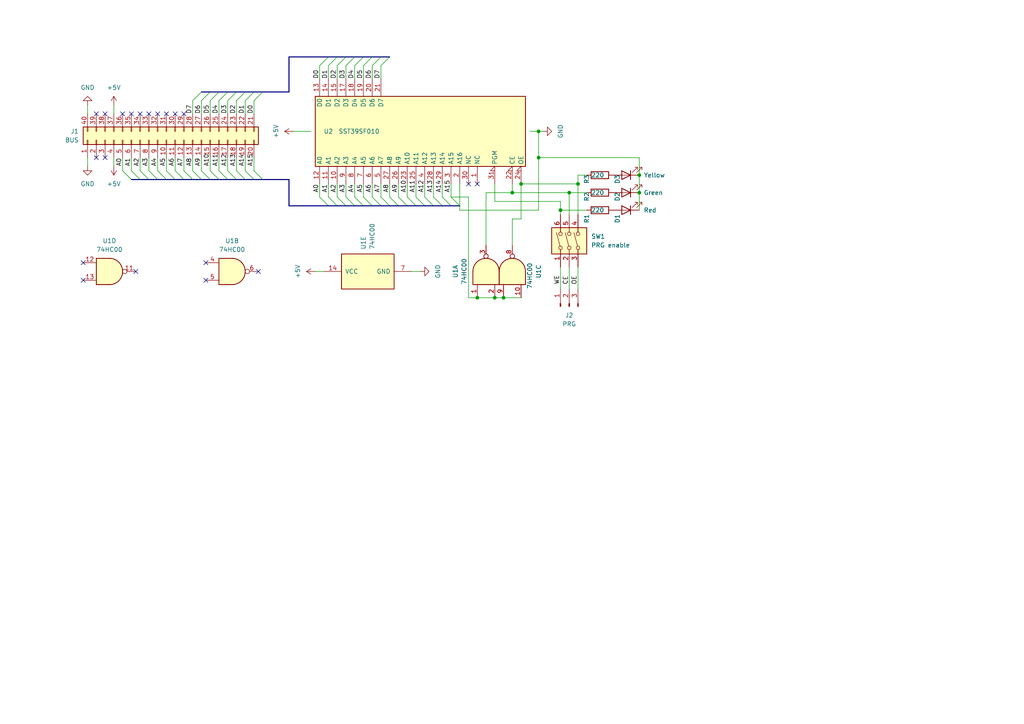
<source format=kicad_sch>
(kicad_sch (version 20211123) (generator eeschema)
  (paper "A4")
  (lib_symbols
    (symbol "74xx:74HC00" (pin_names (offset 1.016))
      (property "Reference" "U" (at 0 1.27 0))
      (property "Value" "74HC00" (at 0 -1.27 0))
      (symbol "74HC00_1_1"
        (arc (start 0 -3.81) (mid 3.81 0) (end 0 3.81) (stroke (width 0.254)) (fill (type background)))
        (polyline (pts (xy 0 3.81) (xy -3.81 3.81) (xy -3.81 -3.81) (xy 0 -3.81)) (stroke (width 0.254)) (fill (type background)))
        (pin input line (at -7.62 2.54 0) (length 3.81) (name "~") (number "1"))
        (pin input line (at -7.62 -2.54 0) (length 3.81) (name "~") (number "2"))
        (pin output inverted (at 7.62 0 180) (length 3.81) (name "~") (number "3"))
      )
      (symbol "74HC00_1_2"
        (arc (start -3.81 -3.81) (mid -2.589 0) (end -3.81 3.81) (stroke (width 0.254)))
        (arc (start -0.6096 -3.81) (mid 2.1842 -2.5851) (end 3.81 0) (stroke (width 0.254)) (fill (type background)))
        (polyline (pts (xy -3.81 -3.81) (xy -0.635 -3.81)) (stroke (width 0.254)) (fill (type background)))
        (polyline (pts (xy -3.81 3.81) (xy -0.635 3.81)) (stroke (width 0.254)) (fill (type background)))
        (polyline (pts (xy -0.635 3.81) (xy -3.81 3.81) (xy -3.81 3.81) (xy -3.556 3.4036) (xy -3.0226 2.2606) (xy -2.6924 1.0414) (xy -2.6162 -0.254) (xy -2.7686 -1.4986) (xy -3.175 -2.7178) (xy -3.81 -3.81) (xy -3.81 -3.81) (xy -0.635 -3.81)) (stroke (width -25.4)) (fill (type background)))
        (arc (start 3.81 0) (mid 2.1915 2.5936) (end -0.6096 3.81) (stroke (width 0.254)) (fill (type background)))
        (pin input inverted (at -7.62 2.54 0) (length 4.318) (name "~") (number "1"))
        (pin input inverted (at -7.62 -2.54 0) (length 4.318) (name "~") (number "2"))
        (pin output line (at 7.62 0 180) (length 3.81) (name "~") (number "3"))
      )
      (symbol "74HC00_2_1"
        (arc (start 0 -3.81) (mid 3.81 0) (end 0 3.81) (stroke (width 0.254)) (fill (type background)))
        (polyline (pts (xy 0 3.81) (xy -3.81 3.81) (xy -3.81 -3.81) (xy 0 -3.81)) (stroke (width 0.254)) (fill (type background)))
        (pin input line (at -7.62 2.54 0) (length 3.81) (name "~") (number "4"))
        (pin input line (at -7.62 -2.54 0) (length 3.81) (name "~") (number "5"))
        (pin output inverted (at 7.62 0 180) (length 3.81) (name "~") (number "6"))
      )
      (symbol "74HC00_2_2"
        (arc (start -3.81 -3.81) (mid -2.589 0) (end -3.81 3.81) (stroke (width 0.254)))
        (arc (start -0.6096 -3.81) (mid 2.1842 -2.5851) (end 3.81 0) (stroke (width 0.254)) (fill (type background)))
        (polyline (pts (xy -3.81 -3.81) (xy -0.635 -3.81)) (stroke (width 0.254)) (fill (type background)))
        (polyline (pts (xy -3.81 3.81) (xy -0.635 3.81)) (stroke (width 0.254)) (fill (type background)))
        (polyline (pts (xy -0.635 3.81) (xy -3.81 3.81) (xy -3.81 3.81) (xy -3.556 3.4036) (xy -3.0226 2.2606) (xy -2.6924 1.0414) (xy -2.6162 -0.254) (xy -2.7686 -1.4986) (xy -3.175 -2.7178) (xy -3.81 -3.81) (xy -3.81 -3.81) (xy -0.635 -3.81)) (stroke (width -25.4)) (fill (type background)))
        (arc (start 3.81 0) (mid 2.1915 2.5936) (end -0.6096 3.81) (stroke (width 0.254)) (fill (type background)))
        (pin input inverted (at -7.62 2.54 0) (length 4.318) (name "~") (number "4"))
        (pin input inverted (at -7.62 -2.54 0) (length 4.318) (name "~") (number "5"))
        (pin output line (at 7.62 0 180) (length 3.81) (name "~") (number "6"))
      )
      (symbol "74HC00_3_1"
        (arc (start 0 -3.81) (mid 3.81 0) (end 0 3.81) (stroke (width 0.254)) (fill (type background)))
        (polyline (pts (xy 0 3.81) (xy -3.81 3.81) (xy -3.81 -3.81) (xy 0 -3.81)) (stroke (width 0.254)) (fill (type background)))
        (pin input line (at -7.62 -2.54 0) (length 3.81) (name "~") (number "10"))
        (pin output inverted (at 7.62 0 180) (length 3.81) (name "~") (number "8"))
        (pin input line (at -7.62 2.54 0) (length 3.81) (name "~") (number "9"))
      )
      (symbol "74HC00_3_2"
        (arc (start -3.81 -3.81) (mid -2.589 0) (end -3.81 3.81) (stroke (width 0.254)))
        (arc (start -0.6096 -3.81) (mid 2.1842 -2.5851) (end 3.81 0) (stroke (width 0.254)) (fill (type background)))
        (polyline (pts (xy -3.81 -3.81) (xy -0.635 -3.81)) (stroke (width 0.254)) (fill (type background)))
        (polyline (pts (xy -3.81 3.81) (xy -0.635 3.81)) (stroke (width 0.254)) (fill (type background)))
        (polyline (pts (xy -0.635 3.81) (xy -3.81 3.81) (xy -3.81 3.81) (xy -3.556 3.4036) (xy -3.0226 2.2606) (xy -2.6924 1.0414) (xy -2.6162 -0.254) (xy -2.7686 -1.4986) (xy -3.175 -2.7178) (xy -3.81 -3.81) (xy -3.81 -3.81) (xy -0.635 -3.81)) (stroke (width -25.4)) (fill (type background)))
        (arc (start 3.81 0) (mid 2.1915 2.5936) (end -0.6096 3.81) (stroke (width 0.254)) (fill (type background)))
        (pin input inverted (at -7.62 -2.54 0) (length 4.318) (name "~") (number "10"))
        (pin output line (at 7.62 0 180) (length 3.81) (name "~") (number "8"))
        (pin input inverted (at -7.62 2.54 0) (length 4.318) (name "~") (number "9"))
      )
      (symbol "74HC00_4_1"
        (arc (start 0 -3.81) (mid 3.81 0) (end 0 3.81) (stroke (width 0.254)) (fill (type background)))
        (polyline (pts (xy 0 3.81) (xy -3.81 3.81) (xy -3.81 -3.81) (xy 0 -3.81)) (stroke (width 0.254)) (fill (type background)))
        (pin output inverted (at 7.62 0 180) (length 3.81) (name "~") (number "11"))
        (pin input line (at -7.62 2.54 0) (length 3.81) (name "~") (number "12"))
        (pin input line (at -7.62 -2.54 0) (length 3.81) (name "~") (number "13"))
      )
      (symbol "74HC00_4_2"
        (arc (start -3.81 -3.81) (mid -2.589 0) (end -3.81 3.81) (stroke (width 0.254)))
        (arc (start -0.6096 -3.81) (mid 2.1842 -2.5851) (end 3.81 0) (stroke (width 0.254)) (fill (type background)))
        (polyline (pts (xy -3.81 -3.81) (xy -0.635 -3.81)) (stroke (width 0.254)) (fill (type background)))
        (polyline (pts (xy -3.81 3.81) (xy -0.635 3.81)) (stroke (width 0.254)) (fill (type background)))
        (polyline (pts (xy -0.635 3.81) (xy -3.81 3.81) (xy -3.81 3.81) (xy -3.556 3.4036) (xy -3.0226 2.2606) (xy -2.6924 1.0414) (xy -2.6162 -0.254) (xy -2.7686 -1.4986) (xy -3.175 -2.7178) (xy -3.81 -3.81) (xy -3.81 -3.81) (xy -0.635 -3.81)) (stroke (width -25.4)) (fill (type background)))
        (arc (start 3.81 0) (mid 2.1915 2.5936) (end -0.6096 3.81) (stroke (width 0.254)) (fill (type background)))
        (pin output line (at 7.62 0 180) (length 3.81) (name "~") (number "11"))
        (pin input inverted (at -7.62 2.54 0) (length 4.318) (name "~") (number "12"))
        (pin input inverted (at -7.62 -2.54 0) (length 4.318) (name "~") (number "13"))
      )
      (symbol "74HC00_5_0"
        (pin power_in line (at 0 12.7 270) (length 5.08) (name "VCC") (number "14"))
        (pin power_in line (at 0 -12.7 90) (length 5.08) (name "GND") (number "7"))
      )
      (symbol "74HC00_5_1"
        (rectangle (start -5.08 7.62) (end 5.08 -7.62) (stroke (width 0.254)) (fill (type background)))
      )
    )
    (symbol "Connector:Conn_01x03_Male" (pin_names (offset 1.016) hide)
      (property "Reference" "J" (at 0 5.08 0))
      (property "Value" "Conn_01x03_Male" (at 0 -5.08 0))
      (symbol "Conn_01x03_Male_1_1"
        (polyline (pts (xy 1.27 -2.54) (xy 0.8636 -2.54)) (stroke (width 0.1524)))
        (polyline (pts (xy 1.27 0) (xy 0.8636 0)) (stroke (width 0.1524)))
        (polyline (pts (xy 1.27 2.54) (xy 0.8636 2.54)) (stroke (width 0.1524)))
        (rectangle (start 0.8636 -2.413) (end 0 -2.667) (stroke (width 0.1524)) (fill (type outline)))
        (rectangle (start 0.8636 0.127) (end 0 -0.127) (stroke (width 0.1524)) (fill (type outline)))
        (rectangle (start 0.8636 2.667) (end 0 2.413) (stroke (width 0.1524)) (fill (type outline)))
        (pin passive line (at 5.08 2.54 180) (length 3.81) (name "Pin_1") (number "1"))
        (pin passive line (at 5.08 0 180) (length 3.81) (name "Pin_2") (number "2"))
        (pin passive line (at 5.08 -2.54 180) (length 3.81) (name "Pin_3") (number "3"))
      )
    )
    (symbol "Connector_Generic:Conn_02x20_Counter_Clockwise" (pin_names (offset 1.016) hide)
      (property "Reference" "J" (at 1.27 25.4 0))
      (property "Value" "Conn_02x20_Counter_Clockwise" (at 1.27 -27.94 0))
      (symbol "Conn_02x20_Counter_Clockwise_1_1"
        (rectangle (start -1.27 -25.273) (end 0 -25.527) (stroke (width 0.1524)))
        (rectangle (start -1.27 -22.733) (end 0 -22.987) (stroke (width 0.1524)))
        (rectangle (start -1.27 -20.193) (end 0 -20.447) (stroke (width 0.1524)))
        (rectangle (start -1.27 -17.653) (end 0 -17.907) (stroke (width 0.1524)))
        (rectangle (start -1.27 -15.113) (end 0 -15.367) (stroke (width 0.1524)))
        (rectangle (start -1.27 -12.573) (end 0 -12.827) (stroke (width 0.1524)))
        (rectangle (start -1.27 -10.033) (end 0 -10.287) (stroke (width 0.1524)))
        (rectangle (start -1.27 -7.493) (end 0 -7.747) (stroke (width 0.1524)))
        (rectangle (start -1.27 -4.953) (end 0 -5.207) (stroke (width 0.1524)))
        (rectangle (start -1.27 -2.413) (end 0 -2.667) (stroke (width 0.1524)))
        (rectangle (start -1.27 0.127) (end 0 -0.127) (stroke (width 0.1524)))
        (rectangle (start -1.27 2.667) (end 0 2.413) (stroke (width 0.1524)))
        (rectangle (start -1.27 5.207) (end 0 4.953) (stroke (width 0.1524)))
        (rectangle (start -1.27 7.747) (end 0 7.493) (stroke (width 0.1524)))
        (rectangle (start -1.27 10.287) (end 0 10.033) (stroke (width 0.1524)))
        (rectangle (start -1.27 12.827) (end 0 12.573) (stroke (width 0.1524)))
        (rectangle (start -1.27 15.367) (end 0 15.113) (stroke (width 0.1524)))
        (rectangle (start -1.27 17.907) (end 0 17.653) (stroke (width 0.1524)))
        (rectangle (start -1.27 20.447) (end 0 20.193) (stroke (width 0.1524)))
        (rectangle (start -1.27 22.987) (end 0 22.733) (stroke (width 0.1524)))
        (rectangle (start -1.27 24.13) (end 3.81 -26.67) (stroke (width 0.254)) (fill (type background)))
        (rectangle (start 3.81 -25.273) (end 2.54 -25.527) (stroke (width 0.1524)))
        (rectangle (start 3.81 -22.733) (end 2.54 -22.987) (stroke (width 0.1524)))
        (rectangle (start 3.81 -20.193) (end 2.54 -20.447) (stroke (width 0.1524)))
        (rectangle (start 3.81 -17.653) (end 2.54 -17.907) (stroke (width 0.1524)))
        (rectangle (start 3.81 -15.113) (end 2.54 -15.367) (stroke (width 0.1524)))
        (rectangle (start 3.81 -12.573) (end 2.54 -12.827) (stroke (width 0.1524)))
        (rectangle (start 3.81 -10.033) (end 2.54 -10.287) (stroke (width 0.1524)))
        (rectangle (start 3.81 -7.493) (end 2.54 -7.747) (stroke (width 0.1524)))
        (rectangle (start 3.81 -4.953) (end 2.54 -5.207) (stroke (width 0.1524)))
        (rectangle (start 3.81 -2.413) (end 2.54 -2.667) (stroke (width 0.1524)))
        (rectangle (start 3.81 0.127) (end 2.54 -0.127) (stroke (width 0.1524)))
        (rectangle (start 3.81 2.667) (end 2.54 2.413) (stroke (width 0.1524)))
        (rectangle (start 3.81 5.207) (end 2.54 4.953) (stroke (width 0.1524)))
        (rectangle (start 3.81 7.747) (end 2.54 7.493) (stroke (width 0.1524)))
        (rectangle (start 3.81 10.287) (end 2.54 10.033) (stroke (width 0.1524)))
        (rectangle (start 3.81 12.827) (end 2.54 12.573) (stroke (width 0.1524)))
        (rectangle (start 3.81 15.367) (end 2.54 15.113) (stroke (width 0.1524)))
        (rectangle (start 3.81 17.907) (end 2.54 17.653) (stroke (width 0.1524)))
        (rectangle (start 3.81 20.447) (end 2.54 20.193) (stroke (width 0.1524)))
        (rectangle (start 3.81 22.987) (end 2.54 22.733) (stroke (width 0.1524)))
        (pin passive line (at -5.08 22.86 0) (length 3.81) (name "Pin_1") (number "1"))
        (pin passive line (at -5.08 0 0) (length 3.81) (name "Pin_10") (number "10"))
        (pin passive line (at -5.08 -2.54 0) (length 3.81) (name "Pin_11") (number "11"))
        (pin passive line (at -5.08 -5.08 0) (length 3.81) (name "Pin_12") (number "12"))
        (pin passive line (at -5.08 -7.62 0) (length 3.81) (name "Pin_13") (number "13"))
        (pin passive line (at -5.08 -10.16 0) (length 3.81) (name "Pin_14") (number "14"))
        (pin passive line (at -5.08 -12.7 0) (length 3.81) (name "Pin_15") (number "15"))
        (pin passive line (at -5.08 -15.24 0) (length 3.81) (name "Pin_16") (number "16"))
        (pin passive line (at -5.08 -17.78 0) (length 3.81) (name "Pin_17") (number "17"))
        (pin passive line (at -5.08 -20.32 0) (length 3.81) (name "Pin_18") (number "18"))
        (pin passive line (at -5.08 -22.86 0) (length 3.81) (name "Pin_19") (number "19"))
        (pin passive line (at -5.08 20.32 0) (length 3.81) (name "Pin_2") (number "2"))
        (pin passive line (at -5.08 -25.4 0) (length 3.81) (name "Pin_20") (number "20"))
        (pin passive line (at 7.62 -25.4 180) (length 3.81) (name "Pin_21") (number "21"))
        (pin passive line (at 7.62 -22.86 180) (length 3.81) (name "Pin_22") (number "22"))
        (pin passive line (at 7.62 -20.32 180) (length 3.81) (name "Pin_23") (number "23"))
        (pin passive line (at 7.62 -17.78 180) (length 3.81) (name "Pin_24") (number "24"))
        (pin passive line (at 7.62 -15.24 180) (length 3.81) (name "Pin_25") (number "25"))
        (pin passive line (at 7.62 -12.7 180) (length 3.81) (name "Pin_26") (number "26"))
        (pin passive line (at 7.62 -10.16 180) (length 3.81) (name "Pin_27") (number "27"))
        (pin passive line (at 7.62 -7.62 180) (length 3.81) (name "Pin_28") (number "28"))
        (pin passive line (at 7.62 -5.08 180) (length 3.81) (name "Pin_29") (number "29"))
        (pin passive line (at -5.08 17.78 0) (length 3.81) (name "Pin_3") (number "3"))
        (pin passive line (at 7.62 -2.54 180) (length 3.81) (name "Pin_30") (number "30"))
        (pin passive line (at 7.62 0 180) (length 3.81) (name "Pin_31") (number "31"))
        (pin passive line (at 7.62 2.54 180) (length 3.81) (name "Pin_32") (number "32"))
        (pin passive line (at 7.62 5.08 180) (length 3.81) (name "Pin_33") (number "33"))
        (pin passive line (at 7.62 7.62 180) (length 3.81) (name "Pin_34") (number "34"))
        (pin passive line (at 7.62 10.16 180) (length 3.81) (name "Pin_35") (number "35"))
        (pin passive line (at 7.62 12.7 180) (length 3.81) (name "Pin_36") (number "36"))
        (pin passive line (at 7.62 15.24 180) (length 3.81) (name "Pin_37") (number "37"))
        (pin passive line (at 7.62 17.78 180) (length 3.81) (name "Pin_38") (number "38"))
        (pin passive line (at 7.62 20.32 180) (length 3.81) (name "Pin_39") (number "39"))
        (pin passive line (at -5.08 15.24 0) (length 3.81) (name "Pin_4") (number "4"))
        (pin passive line (at 7.62 22.86 180) (length 3.81) (name "Pin_40") (number "40"))
        (pin passive line (at -5.08 12.7 0) (length 3.81) (name "Pin_5") (number "5"))
        (pin passive line (at -5.08 10.16 0) (length 3.81) (name "Pin_6") (number "6"))
        (pin passive line (at -5.08 7.62 0) (length 3.81) (name "Pin_7") (number "7"))
        (pin passive line (at -5.08 5.08 0) (length 3.81) (name "Pin_8") (number "8"))
        (pin passive line (at -5.08 2.54 0) (length 3.81) (name "Pin_9") (number "9"))
      )
    )
    (symbol "Device:LED" (pin_numbers hide) (pin_names (offset 1.016) hide)
      (property "Reference" "D" (at 0 2.54 0))
      (property "Value" "LED" (at 0 -2.54 0))
      (symbol "LED_0_1"
        (polyline (pts (xy -1.27 -1.27) (xy -1.27 1.27)) (stroke (width 0.254)))
        (polyline (pts (xy -1.27 0) (xy 1.27 0)))
        (polyline (pts (xy 1.27 -1.27) (xy 1.27 1.27) (xy -1.27 0) (xy 1.27 -1.27)) (stroke (width 0.254)))
        (polyline (pts (xy -3.048 -0.762) (xy -4.572 -2.286) (xy -3.81 -2.286) (xy -4.572 -2.286) (xy -4.572 -1.524)))
        (polyline (pts (xy -1.778 -0.762) (xy -3.302 -2.286) (xy -2.54 -2.286) (xy -3.302 -2.286) (xy -3.302 -1.524)))
      )
      (symbol "LED_1_1"
        (pin passive line (at -3.81 0 0) (length 2.54) (name "K") (number "1"))
        (pin passive line (at 3.81 0 180) (length 2.54) (name "A") (number "2"))
      )
    )
    (symbol "Device:R" (pin_numbers hide) (pin_names (offset 0))
      (property "Reference" "R" (at 2.032 0 90))
      (property "Value" "R" (at 0 0 90))
      (symbol "R_0_1"
        (rectangle (start -1.016 -2.54) (end 1.016 2.54) (stroke (width 0.254)))
      )
      (symbol "R_1_1"
        (pin passive line (at 0 3.81 270) (length 1.27) (name "~") (number "1"))
        (pin passive line (at 0 -3.81 90) (length 1.27) (name "~") (number "2"))
      )
    )
    (symbol "Memory_Flash:SST39SF010"
      (property "Reference" "U" (at 2.54 33.02 0))
      (property "Value" "SST39SF010" (at 0 -30.48 0))
      (symbol "SST39SF010_0_0"
        (pin power_in line (at 0 -30.48 90) (length 1.27) hide (name "GND") (number "16"))
        (pin power_in line (at 0 33.02 270) (length 1.27) hide (name "VCC") (number "32"))
      )
      (symbol "SST39SF010_0_1"
        (rectangle (start -10.16 31.75) (end 10.16 -29.21) (stroke (width 0.254)) (fill (type background)))
      )
      (symbol "SST39SF010_1_1"
        (pin input line (at -15.24 -15.24 0) (length 5.08) (name "NC") (number "1"))
        (pin input line (at -15.24 25.4 0) (length 5.08) (name "A2") (number "10"))
        (pin input line (at -15.24 27.94 0) (length 5.08) (name "A1") (number "11"))
        (pin input line (at -15.24 30.48 0) (length 5.08) (name "A0") (number "12"))
        (pin tri_state line (at 15.24 30.48 180) (length 5.08) (name "D0") (number "13"))
        (pin tri_state line (at 15.24 27.94 180) (length 5.08) (name "D1") (number "14"))
        (pin tri_state line (at 15.24 25.4 180) (length 5.08) (name "D2") (number "15"))
        (pin tri_state line (at 15.24 22.86 180) (length 5.08) (name "D3") (number "17"))
        (pin tri_state line (at 15.24 20.32 180) (length 5.08) (name "D4") (number "18"))
        (pin tri_state line (at 15.24 17.78 180) (length 5.08) (name "D5") (number "19"))
        (pin input line (at -15.24 -10.16 0) (length 5.08) (name "A16") (number "2"))
        (pin tri_state line (at 15.24 15.24 180) (length 5.08) (name "D6") (number "20"))
        (pin tri_state line (at 15.24 12.7 180) (length 5.08) (name "D7") (number "21"))
        (pin input input_low (at -15.24 -25.4 0) (length 5.08) (name "CE") (number "22"))
        (pin input line (at -15.24 5.08 0) (length 5.08) (name "A10") (number "23"))
        (pin input input_low (at -15.24 -27.94 0) (length 5.08) (name "OE") (number "24"))
        (pin input line (at -15.24 2.54 0) (length 5.08) (name "A11") (number "25"))
        (pin input line (at -15.24 7.62 0) (length 5.08) (name "A9") (number "26"))
        (pin input line (at -15.24 10.16 0) (length 5.08) (name "A8") (number "27"))
        (pin input line (at -15.24 -2.54 0) (length 5.08) (name "A13") (number "28"))
        (pin input line (at -15.24 -5.08 0) (length 5.08) (name "A14") (number "29"))
        (pin input line (at -15.24 -7.62 0) (length 5.08) (name "A15") (number "3"))
        (pin input line (at -15.24 -12.7 0) (length 5.08) (name "NC") (number "30"))
        (pin input input_low (at -15.24 -20.32 0) (length 5.08) (name "PGM") (number "31"))
        (pin input line (at -15.24 0 0) (length 5.08) (name "A12") (number "4"))
        (pin input line (at -15.24 12.7 0) (length 5.08) (name "A7") (number "5"))
        (pin input line (at -15.24 15.24 0) (length 5.08) (name "A6") (number "6"))
        (pin input line (at -15.24 17.78 0) (length 5.08) (name "A5") (number "7"))
        (pin input line (at -15.24 20.32 0) (length 5.08) (name "A4") (number "8"))
        (pin input line (at -15.24 22.86 0) (length 5.08) (name "A3") (number "9"))
      )
    )
    (symbol "Switch:SW_DIP_x03" (pin_names (offset 0) hide)
      (property "Reference" "SW" (at 0 8.89 0))
      (property "Value" "SW_DIP_x03" (at 0 -3.81 0))
      (symbol "SW_DIP_x03_0_0"
        (circle (center -2.032 0) (radius 0.508))
        (circle (center -2.032 2.54) (radius 0.508))
        (circle (center -2.032 5.08) (radius 0.508))
        (polyline (pts (xy -1.524 0.127) (xy 2.3622 1.1684)))
        (polyline (pts (xy -1.524 2.667) (xy 2.3622 3.7084)))
        (polyline (pts (xy -1.524 5.207) (xy 2.3622 6.2484)))
        (circle (center 2.032 0) (radius 0.508))
        (circle (center 2.032 2.54) (radius 0.508))
        (circle (center 2.032 5.08) (radius 0.508))
      )
      (symbol "SW_DIP_x03_0_1"
        (rectangle (start -3.81 7.62) (end 3.81 -2.54) (stroke (width 0.254)) (fill (type background)))
      )
      (symbol "SW_DIP_x03_1_1"
        (pin passive line (at -7.62 5.08 0) (length 5.08) (name "~") (number "1"))
        (pin passive line (at -7.62 2.54 0) (length 5.08) (name "~") (number "2"))
        (pin passive line (at -7.62 0 0) (length 5.08) (name "~") (number "3"))
        (pin passive line (at 7.62 0 180) (length 5.08) (name "~") (number "4"))
        (pin passive line (at 7.62 2.54 180) (length 5.08) (name "~") (number "5"))
        (pin passive line (at 7.62 5.08 180) (length 5.08) (name "~") (number "6"))
      )
    )
    (symbol "power:+5V" (power) (pin_names (offset 0))
      (property "Value" "+5V" (at 0 3.556 0))
      (symbol "+5V_0_1"
        (polyline (pts (xy -0.762 1.27) (xy 0 2.54)))
        (polyline (pts (xy 0 0) (xy 0 2.54)))
        (polyline (pts (xy 0 2.54) (xy 0.762 1.27)))
      )
      (symbol "+5V_1_1"
        (pin power_in line (at 0 0 90) (length 0) hide (name "+5V") (number "1"))
      )
    )
    (symbol "power:GND" (power) (pin_names (offset 0))
      (property "Value" "GND" (at 0 -3.81 0))
      (symbol "GND_0_1"
        (polyline (pts (xy 0 0) (xy 0 -1.27) (xy 1.27 -1.27) (xy 0 -2.54) (xy -1.27 -1.27) (xy 0 -1.27)))
      )
      (symbol "GND_1_1"
        (pin power_in line (at 0 0 270) (length 0) hide (name "GND") (number "1"))
      )
    )
  )
  (junction (at 162.56 60.96))
  (junction (at 167.64 53.34))
  (junction (at 156.21 38.1))
  (junction (at 165.1 55.88))
  (junction (at 185.42 50.8))
  (junction (at 151.13 53.34))
  (junction (at 138.43 86.36))
  (junction (at 146.05 86.36))
  (junction (at 185.42 55.88))
  (junction (at 148.59 55.88))
  (junction (at 143.51 86.36))
  (junction (at 156.21 45.72))
  (no_connect (at 138.43 53.34))
  (no_connect (at 135.89 53.34))
  (no_connect (at 45.72 33.02))
  (no_connect (at 50.8 33.02))
  (no_connect (at 48.26 33.02))
  (no_connect (at 43.18 33.02))
  (no_connect (at 53.34 33.02))
  (no_connect (at 27.94 45.72))
  (no_connect (at 30.48 45.72))
  (no_connect (at 40.64 33.02))
  (no_connect (at 38.1 33.02))
  (no_connect (at 30.48 33.02))
  (no_connect (at 27.94 33.02))
  (no_connect (at 35.56 33.02))
  (no_connect (at 59.69 76.2))
  (no_connect (at 59.69 81.28))
  (no_connect (at 74.93 78.74))
  (no_connect (at 24.13 76.2))
  (no_connect (at 24.13 81.28))
  (no_connect (at 39.37 78.74))
  (bus_entry (at 68.58 29.21) (size 2.54 -2.54))
  (bus_entry (at 71.12 29.21) (size 2.54 -2.54))
  (bus_entry (at 73.66 29.21) (size 2.54 -2.54))
  (bus_entry (at 43.18 52.07) (size -2.54 -2.54))
  (bus_entry (at 38.1 52.07) (size -2.54 -2.54))
  (bus_entry (at 40.64 52.07) (size -2.54 -2.54))
  (bus_entry (at 60.96 29.21) (size 2.54 -2.54))
  (bus_entry (at 63.5 29.21) (size 2.54 -2.54))
  (bus_entry (at 58.42 29.21) (size 2.54 -2.54))
  (bus_entry (at 63.5 52.07) (size -2.54 -2.54))
  (bus_entry (at 60.96 52.07) (size -2.54 -2.54))
  (bus_entry (at 68.58 52.07) (size -2.54 -2.54))
  (bus_entry (at 76.2 52.07) (size -2.54 -2.54))
  (bus_entry (at 66.04 29.21) (size 2.54 -2.54))
  (bus_entry (at 71.12 52.07) (size -2.54 -2.54))
  (bus_entry (at 50.8 52.07) (size -2.54 -2.54))
  (bus_entry (at 53.34 52.07) (size -2.54 -2.54))
  (bus_entry (at 55.88 52.07) (size -2.54 -2.54))
  (bus_entry (at 58.42 52.07) (size -2.54 -2.54))
  (bus_entry (at 48.26 52.07) (size -2.54 -2.54))
  (bus_entry (at 45.72 52.07) (size -2.54 -2.54))
  (bus_entry (at 66.04 52.07) (size -2.54 -2.54))
  (bus_entry (at 73.66 52.07) (size -2.54 -2.54))
  (bus_entry (at 55.88 29.21) (size 2.54 -2.54))
  (bus_entry (at 97.79 59.69) (size -2.54 -2.54))
  (bus_entry (at 102.87 59.69) (size -2.54 -2.54))
  (bus_entry (at 95.25 59.69) (size -2.54 -2.54))
  (bus_entry (at 105.41 59.69) (size -2.54 -2.54))
  (bus_entry (at 118.11 59.69) (size -2.54 -2.54))
  (bus_entry (at 113.03 59.69) (size -2.54 -2.54))
  (bus_entry (at 120.65 59.69) (size -2.54 -2.54))
  (bus_entry (at 133.35 59.69) (size -2.54 -2.54))
  (bus_entry (at 125.73 59.69) (size -2.54 -2.54))
  (bus_entry (at 128.27 59.69) (size -2.54 -2.54))
  (bus_entry (at 115.57 59.69) (size -2.54 -2.54))
  (bus_entry (at 123.19 59.69) (size -2.54 -2.54))
  (bus_entry (at 100.33 59.69) (size -2.54 -2.54))
  (bus_entry (at 107.95 59.69) (size -2.54 -2.54))
  (bus_entry (at 110.49 59.69) (size -2.54 -2.54))
  (bus_entry (at 130.81 59.69) (size -2.54 -2.54))
  (bus_entry (at 95.25 19.05) (size 2.54 -2.54))
  (bus_entry (at 92.71 19.05) (size 2.54 -2.54))
  (bus_entry (at 102.87 19.05) (size 2.54 -2.54))
  (bus_entry (at 105.41 19.05) (size 2.54 -2.54))
  (bus_entry (at 110.49 19.05) (size 2.54 -2.54))
  (bus_entry (at 107.95 19.05) (size 2.54 -2.54))
  (bus_entry (at 100.33 19.05) (size 2.54 -2.54))
  (bus_entry (at 97.79 19.05) (size 2.54 -2.54))
  (wire (pts (xy 140.97 55.88) (xy 148.59 55.88)))
  (bus (pts (xy 66.04 26.67) (xy 68.58 26.67)))
  (wire (pts (xy 102.87 57.15) (xy 102.87 53.34)))
  (bus (pts (xy 38.1 52.07) (xy 40.64 52.07)))
  (wire (pts (xy 156.21 38.1) (xy 157.48 38.1)))
  (wire (pts (xy 120.65 57.15) (xy 120.65 53.34)))
  (bus (pts (xy 83.82 59.69) (xy 95.25 59.69)))
  (wire (pts (xy 58.42 33.02) (xy 58.42 29.21)))
  (wire (pts (xy 165.1 55.88) (xy 170.18 55.88)))
  (wire (pts (xy 167.64 50.8) (xy 167.64 53.34)))
  (wire (pts (xy 143.51 86.36) (xy 146.05 86.36)))
  (bus (pts (xy 68.58 26.67) (xy 71.12 26.67)))
  (wire (pts (xy 63.5 49.53) (xy 63.5 45.72)))
  (wire (pts (xy 148.59 55.88) (xy 148.59 53.34)))
  (wire (pts (xy 146.05 86.36) (xy 151.13 86.36)))
  (bus (pts (xy 68.58 52.07) (xy 71.12 52.07)))
  (bus (pts (xy 76.2 26.67) (xy 83.82 26.67)))
  (bus (pts (xy 66.04 52.07) (xy 68.58 52.07)))
  (wire (pts (xy 25.4 48.26) (xy 25.4 45.72)))
  (wire (pts (xy 33.02 48.26) (xy 33.02 45.72)))
  (bus (pts (xy 115.57 59.69) (xy 118.11 59.69)))
  (bus (pts (xy 71.12 52.07) (xy 73.66 52.07)))
  (bus (pts (xy 63.5 26.67) (xy 66.04 26.67)))
  (wire (pts (xy 40.64 49.53) (xy 40.64 45.72)))
  (wire (pts (xy 165.1 62.23) (xy 165.1 55.88)))
  (wire (pts (xy 185.42 55.88) (xy 185.42 50.8)))
  (bus (pts (xy 100.33 59.69) (xy 102.87 59.69)))
  (wire (pts (xy 107.95 57.15) (xy 107.95 53.34)))
  (bus (pts (xy 63.5 52.07) (xy 66.04 52.07)))
  (bus (pts (xy 43.18 52.07) (xy 45.72 52.07)))
  (wire (pts (xy 130.81 57.15) (xy 130.81 53.34)))
  (wire (pts (xy 167.64 83.82) (xy 167.64 77.47)))
  (bus (pts (xy 125.73 59.69) (xy 128.27 59.69)))
  (bus (pts (xy 97.79 16.51) (xy 100.33 16.51)))
  (bus (pts (xy 130.81 59.69) (xy 133.35 59.69)))
  (wire (pts (xy 148.59 63.5) (xy 151.13 63.5)))
  (wire (pts (xy 66.04 49.53) (xy 66.04 45.72)))
  (wire (pts (xy 43.18 49.53) (xy 43.18 45.72)))
  (bus (pts (xy 95.25 16.51) (xy 97.79 16.51)))
  (wire (pts (xy 138.43 86.36) (xy 135.89 86.36)))
  (bus (pts (xy 50.8 52.07) (xy 53.34 52.07)))
  (wire (pts (xy 105.41 22.86) (xy 105.41 19.05)))
  (wire (pts (xy 102.87 22.86) (xy 102.87 19.05)))
  (wire (pts (xy 73.66 33.02) (xy 73.66 29.21)))
  (wire (pts (xy 38.1 49.53) (xy 38.1 45.72)))
  (wire (pts (xy 97.79 57.15) (xy 97.79 53.34)))
  (bus (pts (xy 113.03 59.69) (xy 115.57 59.69)))
  (wire (pts (xy 68.58 33.02) (xy 68.58 29.21)))
  (bus (pts (xy 40.64 52.07) (xy 43.18 52.07)))
  (wire (pts (xy 133.35 60.96) (xy 156.21 60.96)))
  (wire (pts (xy 119.38 78.74) (xy 121.92 78.74)))
  (wire (pts (xy 33.02 33.02) (xy 33.02 30.48)))
  (wire (pts (xy 92.71 22.86) (xy 92.71 19.05)))
  (wire (pts (xy 95.25 57.15) (xy 95.25 53.34)))
  (wire (pts (xy 118.11 57.15) (xy 118.11 53.34)))
  (wire (pts (xy 91.44 78.74) (xy 93.98 78.74)))
  (wire (pts (xy 135.89 86.36) (xy 135.89 57.15)))
  (wire (pts (xy 133.35 53.34) (xy 133.35 59.69)))
  (wire (pts (xy 162.56 60.96) (xy 162.56 62.23)))
  (bus (pts (xy 83.82 52.07) (xy 83.82 59.69)))
  (wire (pts (xy 107.95 22.86) (xy 107.95 19.05)))
  (wire (pts (xy 92.71 57.15) (xy 92.71 53.34)))
  (bus (pts (xy 48.26 52.07) (xy 50.8 52.07)))
  (wire (pts (xy 113.03 57.15) (xy 113.03 53.34)))
  (wire (pts (xy 185.42 50.8) (xy 185.42 45.72)))
  (wire (pts (xy 110.49 22.86) (xy 110.49 19.05)))
  (wire (pts (xy 153.67 38.1) (xy 156.21 38.1)))
  (wire (pts (xy 140.97 71.12) (xy 140.97 55.88)))
  (wire (pts (xy 125.73 57.15) (xy 125.73 53.34)))
  (wire (pts (xy 156.21 60.96) (xy 156.21 45.72)))
  (wire (pts (xy 55.88 33.02) (xy 55.88 29.21)))
  (bus (pts (xy 102.87 59.69) (xy 105.41 59.69)))
  (wire (pts (xy 85.09 38.1) (xy 90.17 38.1)))
  (wire (pts (xy 35.56 49.53) (xy 35.56 45.72)))
  (bus (pts (xy 73.66 26.67) (xy 76.2 26.67)))
  (wire (pts (xy 66.04 33.02) (xy 66.04 29.21)))
  (wire (pts (xy 71.12 33.02) (xy 71.12 29.21)))
  (wire (pts (xy 50.8 49.53) (xy 50.8 45.72)))
  (wire (pts (xy 63.5 33.02) (xy 63.5 29.21)))
  (bus (pts (xy 60.96 26.67) (xy 63.5 26.67)))
  (wire (pts (xy 95.25 22.86) (xy 95.25 19.05)))
  (bus (pts (xy 45.72 52.07) (xy 48.26 52.07)))
  (wire (pts (xy 165.1 55.88) (xy 148.59 55.88)))
  (wire (pts (xy 105.41 57.15) (xy 105.41 53.34)))
  (wire (pts (xy 48.26 49.53) (xy 48.26 45.72)))
  (wire (pts (xy 53.34 49.53) (xy 53.34 45.72)))
  (wire (pts (xy 135.89 57.15) (xy 130.81 57.15)))
  (wire (pts (xy 167.64 53.34) (xy 167.64 62.23)))
  (bus (pts (xy 110.49 59.69) (xy 113.03 59.69)))
  (wire (pts (xy 97.79 22.86) (xy 97.79 19.05)))
  (bus (pts (xy 128.27 59.69) (xy 130.81 59.69)))
  (wire (pts (xy 73.66 49.53) (xy 73.66 45.72)))
  (wire (pts (xy 100.33 22.86) (xy 100.33 19.05)))
  (wire (pts (xy 151.13 53.34) (xy 167.64 53.34)))
  (wire (pts (xy 162.56 60.96) (xy 170.18 60.96)))
  (wire (pts (xy 162.56 83.82) (xy 162.56 77.47)))
  (bus (pts (xy 107.95 59.69) (xy 110.49 59.69)))
  (bus (pts (xy 71.12 26.67) (xy 73.66 26.67)))
  (wire (pts (xy 138.43 86.36) (xy 143.51 86.36)))
  (wire (pts (xy 123.19 57.15) (xy 123.19 53.34)))
  (wire (pts (xy 133.35 59.69) (xy 133.35 60.96)))
  (wire (pts (xy 143.51 53.34) (xy 143.51 58.42)))
  (bus (pts (xy 83.82 26.67) (xy 83.82 16.51)))
  (bus (pts (xy 107.95 16.51) (xy 110.49 16.51)))
  (bus (pts (xy 105.41 16.51) (xy 107.95 16.51)))
  (bus (pts (xy 120.65 59.69) (xy 123.19 59.69)))
  (bus (pts (xy 83.82 16.51) (xy 95.25 16.51)))
  (wire (pts (xy 71.12 49.53) (xy 71.12 45.72)))
  (wire (pts (xy 45.72 49.53) (xy 45.72 45.72)))
  (bus (pts (xy 123.19 59.69) (xy 125.73 59.69)))
  (bus (pts (xy 118.11 59.69) (xy 120.65 59.69)))
  (wire (pts (xy 143.51 58.42) (xy 162.56 58.42)))
  (bus (pts (xy 53.34 52.07) (xy 55.88 52.07)))
  (wire (pts (xy 170.18 50.8) (xy 167.64 50.8)))
  (wire (pts (xy 165.1 83.82) (xy 165.1 77.47)))
  (wire (pts (xy 58.42 49.53) (xy 58.42 45.72)))
  (wire (pts (xy 148.59 71.12) (xy 148.59 63.5)))
  (bus (pts (xy 105.41 59.69) (xy 107.95 59.69)))
  (bus (pts (xy 76.2 52.07) (xy 83.82 52.07)))
  (wire (pts (xy 128.27 57.15) (xy 128.27 53.34)))
  (bus (pts (xy 73.66 52.07) (xy 76.2 52.07)))
  (wire (pts (xy 110.49 57.15) (xy 110.49 53.34)))
  (wire (pts (xy 60.96 33.02) (xy 60.96 29.21)))
  (wire (pts (xy 151.13 63.5) (xy 151.13 53.34)))
  (bus (pts (xy 110.49 16.51) (xy 113.03 16.51)))
  (wire (pts (xy 55.88 49.53) (xy 55.88 45.72)))
  (wire (pts (xy 100.33 57.15) (xy 100.33 53.34)))
  (bus (pts (xy 58.42 52.07) (xy 60.96 52.07)))
  (wire (pts (xy 115.57 57.15) (xy 115.57 53.34)))
  (wire (pts (xy 60.96 49.53) (xy 60.96 45.72)))
  (wire (pts (xy 162.56 58.42) (xy 162.56 60.96)))
  (wire (pts (xy 68.58 49.53) (xy 68.58 45.72)))
  (wire (pts (xy 156.21 45.72) (xy 156.21 38.1)))
  (bus (pts (xy 102.87 16.51) (xy 105.41 16.51)))
  (bus (pts (xy 97.79 59.69) (xy 100.33 59.69)))
  (bus (pts (xy 95.25 59.69) (xy 97.79 59.69)))
  (bus (pts (xy 55.88 52.07) (xy 58.42 52.07)))
  (wire (pts (xy 156.21 45.72) (xy 185.42 45.72)))
  (bus (pts (xy 58.42 26.67) (xy 60.96 26.67)))
  (wire (pts (xy 25.4 33.02) (xy 25.4 30.48)))
  (bus (pts (xy 100.33 16.51) (xy 102.87 16.51)))
  (wire (pts (xy 185.42 60.96) (xy 185.42 55.88)))
  (bus (pts (xy 60.96 52.07) (xy 63.5 52.07)))
  (label "A5" (at 48.26 48.26 90))
  (label "A13" (at 125.73 55.88 90))
  (label "D5" (at 105.41 22.86 90))
  (label "A7" (at 110.49 55.88 90))
  (label "A3" (at 43.18 48.26 90))
  (label "D3" (at 66.04 33.02 90))
  (label "A2" (at 97.79 55.88 90))
  (label "A6" (at 107.95 55.88 90))
  (label "D0" (at 92.71 22.86 90))
  (label "D5" (at 60.96 33.02 90))
  (label "A12" (at 123.19 55.88 90))
  (label "WE" (at 162.56 82.55 90))
  (label "A10" (at 60.96 48.26 90))
  (label "A15" (at 130.81 55.88 90))
  (label "A3" (at 100.33 55.88 90))
  (label "A4" (at 45.72 48.26 90))
  (label "D2" (at 97.79 22.86 90))
  (label "A6" (at 50.8 48.26 90))
  (label "A13" (at 68.58 48.26 90))
  (label "D3" (at 100.33 22.86 90))
  (label "A11" (at 63.5 48.26 90))
  (label "A14" (at 71.12 48.26 90))
  (label "A5" (at 105.41 55.88 90))
  (label "A9" (at 58.42 48.26 90))
  (label "D4" (at 63.5 33.02 90))
  (label "A10" (at 118.11 55.88 90))
  (label "A7" (at 53.34 48.26 90))
  (label "A9" (at 115.57 55.88 90))
  (label "CE" (at 165.1 82.55 90))
  (label "A0" (at 92.71 55.88 90))
  (label "A1" (at 38.1 48.26 90))
  (label "D1" (at 71.12 33.02 90))
  (label "D6" (at 107.95 22.86 90))
  (label "D7" (at 110.49 22.86 90))
  (label "A12" (at 66.04 48.26 90))
  (label "A4" (at 102.87 55.88 90))
  (label "A14" (at 128.27 55.88 90))
  (label "D7" (at 55.88 33.02 90))
  (label "OE" (at 167.64 82.55 90))
  (label "A8" (at 113.03 55.88 90))
  (label "A2" (at 40.64 48.26 90))
  (label "A0" (at 35.56 48.26 90))
  (label "A11" (at 120.65 55.88 90))
  (label "D6" (at 58.42 33.02 90))
  (label "A15" (at 73.66 48.26 90))
  (label "D4" (at 102.87 22.86 90))
  (label "A8" (at 55.88 48.26 90))
  (label "D1" (at 95.25 22.86 90))
  (label "D0" (at 73.66 33.02 90))
  (label "D2" (at 68.58 33.02 90))
  (label "A1" (at 95.25 55.88 90))
  (symbol (lib_id "power:GND") (at 25.4 48.26 0) (unit 1)
    (property "Reference" "#PWR01" (effects hide))
    (property "Value" "GND" (at 25.4 53.34 0))
  )
  (symbol (lib_id "power:+5V") (at 91.44 78.74 90) (unit 1)
    (property "Reference" "#PWR05" (effects hide))
    (property "Value" "+5V" (at 86.36 78.74 0))
  )
  (symbol (lib_id "Device:R") (at 173.99 55.88 90) (unit 1)
    (property "Reference" "R2" (at 170.18 58.42 0) (effects (justify left)))
    (property "Value" "220" (at 175.26 55.88 90) (effects (justify left)))
  )
  (symbol (lib_id "power:+5V") (at 85.09 38.1 90) (unit 1)
    (property "Reference" "#PWR07" (effects hide))
    (property "Value" "+5V" (at 80.01 38.1 0))
  )
  (symbol (lib_id "74xx:74HC00") (at 106.68 78.74 90) (unit 5)
    (property "Reference" "U1" (at 105.4099 72.39 0) (effects (justify left)))
    (property "Value" "74HC00" (at 107.9499 72.39 0) (effects (justify left)))
    (property "Datasheet" "http://www.ti.com/lit/gpn/sn74hc00" (effects hide))
  )
  (symbol (lib_id "Device:LED") (at 181.61 60.96 180) (unit 1)
    (property "Reference" "D1" (at 179.07 64.77 90) (effects (justify right)))
    (property "Value" "Red" (at 186.69 60.96 0) (effects (justify right)))
  )
  (symbol (lib_id "power:+5V") (at 33.02 48.26 180) (unit 1)
    (property "Reference" "#PWR02" (effects hide))
    (property "Value" "+5V" (at 33.02 53.34 0))
  )
  (symbol (lib_id "Device:LED") (at 181.61 55.88 180) (unit 1)
    (property "Reference" "D2" (at 179.07 58.42 90) (effects (justify right)))
    (property "Value" "Green" (at 186.69 55.88 0) (effects (justify right)))
  )
  (symbol (lib_id "Connector:Conn_01x03_Male") (at 165.1 88.9 90) (unit 1)
    (property "Reference" "J2" (at 165.1 91.44 90))
    (property "Value" "PRG" (at 165.1 93.98 90))
  )
  (symbol (lib_id "74xx:74HC00") (at 31.75 78.74 0) (unit 4)
    (property "Reference" "U1" (at 31.75 69.85 0))
    (property "Value" "74HC00" (at 31.75 72.39 0))
    (property "Datasheet" "http://www.ti.com/lit/gpn/sn74hc00" (effects hide))
  )
  (symbol (lib_id "Device:R") (at 173.99 50.8 90) (unit 1)
    (property "Reference" "R3" (at 170.18 53.34 0) (effects (justify left)))
    (property "Value" "220" (at 175.26 50.8 90) (effects (justify left)))
  )
  (symbol (lib_id "Connector_Generic:Conn_02x20_Counter_Clockwise") (at 48.26 40.64 90) (unit 1)
    (property "Reference" "J1" (at 22.86 38.0999 90) (effects (justify left)))
    (property "Value" "BUS" (at 22.86 40.6399 90) (effects (justify left)))
  )
  (symbol (lib_id "power:+5V") (at 33.02 30.48 0) (unit 1)
    (property "Reference" "#PWR03" (effects hide))
    (property "Value" "+5V" (at 33.02 25.4 0))
  )
  (symbol (lib_id "Device:R") (at 173.99 60.96 90) (unit 1)
    (property "Reference" "R1" (at 170.18 64.77 0) (effects (justify left)))
    (property "Value" "220" (at 175.26 60.96 90) (effects (justify left)))
  )
  (symbol (lib_id "power:GND") (at 25.4 30.48 180) (unit 1)
    (property "Reference" "#PWR04" (effects hide))
    (property "Value" "GND" (at 25.4 25.4 0))
  )
  (symbol (lib_id "74xx:74HC00") (at 140.97 78.74 90) (unit 1)
    (property "Reference" "U1" (at 132.08 78.74 0))
    (property "Value" "74HC00" (at 134.62 78.74 0))
    (property "Datasheet" "http://www.ti.com/lit/gpn/sn74hc00" (effects hide))
  )
  (symbol (lib_id "Memory_Flash:SST39SF010") (at 123.19 38.1 90) (unit 1)
    (property "Reference" "U2" (at 95.25 38.1 90))
    (property "Value" "SST39SF010" (at 104.14 38.1 90))
    (property "Datasheet" "http://ww1.microchip.com/downloads/en/DeviceDoc/25022B.pdf" (effects hide))
  )
  (symbol (lib_id "Switch:SW_DIP_x03") (at 167.64 69.85 90) (unit 1)
    (property "Reference" "SW1" (at 171.45 68.5799 90) (effects (justify right)))
    (property "Value" "PRG enable" (at 171.45 71.1199 90) (effects (justify right)))
  )
  (symbol (lib_id "power:GND") (at 121.92 78.74 90) (unit 1)
    (property "Reference" "#PWR06" (effects hide))
    (property "Value" "GND" (at 127 78.74 0))
  )
  (symbol (lib_id "74xx:74HC00") (at 67.31 78.74 0) (unit 2)
    (property "Reference" "U1" (at 67.31 69.85 0))
    (property "Value" "74HC00" (at 67.31 72.39 0))
    (property "Datasheet" "http://www.ti.com/lit/gpn/sn74hc00" (effects hide))
  )
  (symbol (lib_id "74xx:74HC00") (at 148.59 78.74 90) (unit 3)
    (property "Reference" "U1" (at 156.21 78.74 0))
    (property "Value" "74HC00" (at 153.67 80.01 0))
    (property "Datasheet" "http://www.ti.com/lit/gpn/sn74hc00" (effects hide))
  )
  (symbol (lib_id "power:GND") (at 157.48 38.1 90) (unit 1)
    (property "Reference" "#PWR08" (effects hide))
    (property "Value" "GND" (at 162.56 38.1 0))
  )
  (symbol (lib_id "Device:LED") (at 181.61 50.8 180) (unit 1)
    (property "Reference" "D3" (at 179.07 53.34 90) (effects (justify right)))
    (property "Value" "Yellow" (at 186.69 50.8 0) (effects (justify right)))
  )
)
</source>
